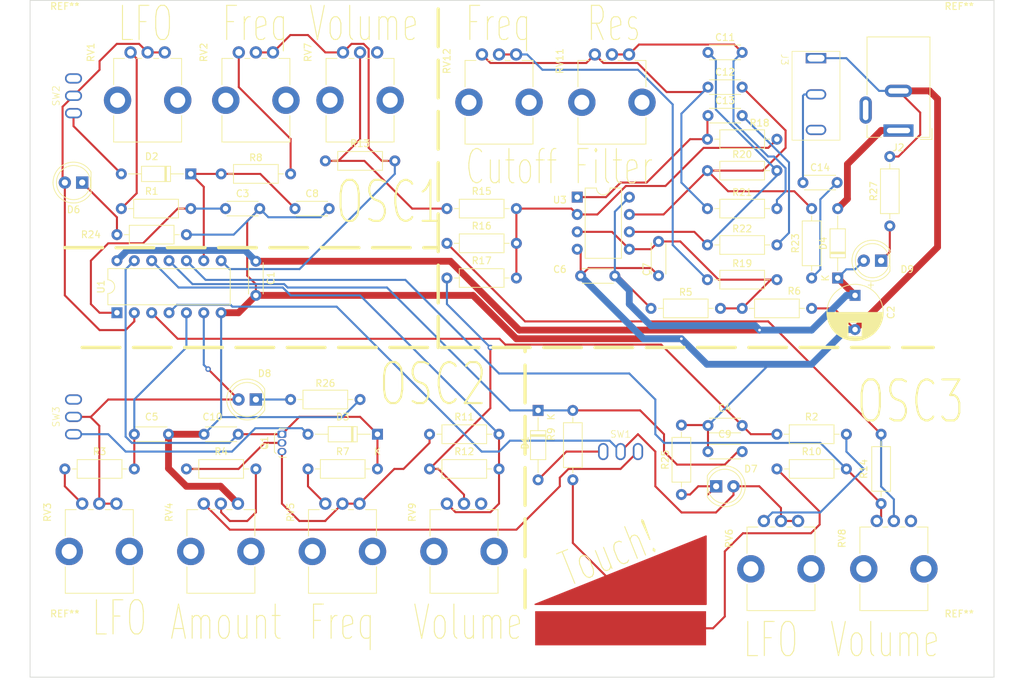
<source format=kicad_pcb>
(kicad_pcb (version 20221018) (generator pcbnew)
  (layers (0 "F.Cu" signal) (31 "B.Cu" signal) (36 "B.SilkS" user "B.Silkscreen") (37 "F.SilkS" user "F.Silkscreen") (38 "B.Mask" user) (39 "F.Mask" user) (44 "Edge.Cuts" user))
  (net 0 "")
  (net 1 "+12V")
  (net 2 "GND")
  (net 3 "Net-(C3-Pad1)")
  (net 4 "Net-(C4-Pad1)")
  (net 5 "Net-(C5-Pad1)")
  (net 6 "Vref")
  (net 7 "Net-(D2-K)")
  (net 8 "Net-(D1-K)")
  (net 9 "Net-(D3-K)")
  (net 10 "Net-(U3B--)")
  (net 11 "Net-(C11-Pad2)")
  (net 12 "Net-(C12-Pad1)")
  (net 13 "Net-(C12-Pad2)")
  (net 14 "Net-(C13-Pad1)")
  (net 15 "Net-(C13-Pad2)")
  (net 16 "Net-(C14-Pad1)")
  (net 17 "Net-(C14-Pad2)")
  (net 18 "Net-(D1-A)")
  (net 19 "Net-(D2-A)")
  (net 20 "Net-(D3-A)")
  (net 21 "Net-(D4-A)")
  (net 23 "Net-(Q1-B)")
  (net 24 "Net-(Q1-C)")
  (net 25 "Net-(R1-Pad2)")
  (net 26 "Net-(R2-Pad2)")
  (net 27 "Net-(R3-Pad2)")
  (net 28 "Net-(R4-Pad1)")
  (net 29 "Net-(R7-Pad2)")
  (net 30 "Net-(R8-Pad2)")
  (net 31 "Net-(D5-Pad1)")
  (net 32 "Net-(R10-Pad1)")
  (net 33 "Net-(D5-Pad2)")
  (net 34 "Net-(R11-Pad1)")
  (net 35 "Net-(R12-Pad1)")
  (net 36 "Net-(R13-Pad1)")
  (net 37 "Net-(R13-Pad2)")
  (net 38 "Net-(R14-Pad1)")
  (net 39 "Net-(U3A--)")
  (net 40 "Net-(R19-Pad1)")
  (net 41 "Net-(D6-K)")
  (net 42 "Net-(D6-A)")
  (net 43 "Net-(D7-K)")
  (net 44 "Net-(SW1-C)")
  (net 50 "Net-(D7-A)")
  (net 51 "Net-(D8-K)")
  (net 52 "Net-(D8-A)")
  (net 53 "Net-(D9-K)")
  (footprint "Resistor_THT:R_Axial_DIN0207_L6.3mm_D2.5mm_P10.16mm_Horizontal" (layer "F.Cu") (at 45.72 69.85)
    (fp_text reference "R24")
    (fp_text value "10k")
  )
  (footprint "Import:SMTS-102" (layer "F.Cu") (at 39.37 96.52 90)
    (fp_text reference "SW3")
    (fp_text value "SMTS-102")
  )
  (footprint "MountingHole:MountingHole_3.2mm_M3" (layer "F.Cu") (at 38.1 40.64)
    (fp_text reference "REF**")
    (fp_text value "MountingHole_3.2mm_M3")
  )
  (footprint "Capacitor_THT:C_Disc_D4.3mm_W1.9mm_P5.00mm" (layer "F.Cu") (at 137.16 101.6 180)
    (fp_text reference "C9")
    (fp_text value "22n")
  )
  (footprint "Capacitor_THT:C_Disc_D4.3mm_W1.9mm_P5.00mm" (layer "F.Cu") (at 48.26 99.06)
    (fp_text reference "C5")
    (fp_text value "1u")
  )
  (footprint "Resistor_THT:R_Axial_DIN0207_L6.3mm_D2.5mm_P10.16mm_Horizontal" (layer "F.Cu") (at 66.04 104.14 180)
    (fp_text reference "R4")
    (fp_text value "4k7")
  )
  (footprint "Resistor_THT:R_Axial_DIN0207_L6.3mm_D2.5mm_P10.16mm_Horizontal" (layer "F.Cu") (at 104.14 71.12 180)
    (fp_text reference "R16")
    (fp_text value "4k7")
  )
  (footprint "Diode_THT:D_DO-35_SOD27_P10.16mm_Horizontal" (layer "F.Cu") (at 151.13 76.2 90)
    (fp_text reference "D4")
    (fp_text value "1N4148")
  )
  (footprint "Resistor_THT:R_Axial_DIN0207_L6.3mm_D2.5mm_P10.16mm_Horizontal" (layer "F.Cu") (at 104.14 66.04 180)
    (fp_text reference "R15")
    (fp_text value "4k7")
  )
  (footprint "Potentiometer_THT:Potentiometer_Bourns_PTV09A-1_Single_Vertical" (layer "F.Cu") (at 58.42 109.22 -90)
    (fp_text reference "RV4")
    (fp_text value "100k")
  )
  (footprint "Package_DIP:DIP-8_W7.62mm" (layer "F.Cu") (at 113.04 64.36)
    (fp_text reference "U3")
    (fp_text value "LM358")
  )
  (footprint "Resistor_THT:R_Axial_DIN0207_L6.3mm_D2.5mm_P10.16mm_Horizontal" (layer "F.Cu") (at 137.16 80.645)
    (fp_text reference "R6")
    (fp_text value "10k")
  )
  (footprint "Capacitor_THT:C_Disc_D4.3mm_W1.9mm_P5.00mm" (layer "F.Cu") (at 66.04 73.74 -90)
    (fp_text reference "C1")
    (fp_text value ".1u Y5V")
  )
  (footprint "Resistor_THT:R_Axial_DIN0207_L6.3mm_D2.5mm_P10.16mm_Horizontal" (layer "F.Cu") (at 104.14 76.2 180)
    (fp_text reference "R17")
    (fp_text value "4k7")
  )
  (footprint "Potentiometer_THT:Potentiometer_Bourns_PTV09A-1_Single_Vertical" (layer "F.Cu") (at 99.1 43.48 -90)
    (fp_text reference "RV12")
    (fp_text value "1M")
  )
  (footprint "MountingHole:MountingHole_3.2mm_M3" (layer "F.Cu") (at 38.1 129.54)
    (fp_text reference "REF**")
    (fp_text value "MountingHole_3.2mm_M3")
  )
  (footprint "Potentiometer_THT:Potentiometer_Bourns_PTV09A-1_Single_Vertical" (layer "F.Cu") (at 78.78 43.18 -90)
    (fp_text reference "RV7")
    (fp_text value "1M")
  )
  (footprint "Resistor_THT:R_Axial_DIN0207_L6.3mm_D2.5mm_P10.16mm_Horizontal" (layer "F.Cu") (at 56.52 66.04 180)
    (fp_text reference "R1")
    (fp_text value "4k7")
  )
  (footprint "Import:tactile pad triangle" (layer "F.Cu") (at 119.38 124.46)
    (fp_text reference "D5" hide)
    (fp_text value "~")
  )
  (footprint "Diode_THT:D_DO-35_SOD27_P10.16mm_Horizontal" (layer "F.Cu") (at 107.315 95.575 -90)
    (fp_text reference "D1")
    (fp_text value "1N4148")
  )
  (footprint "Capacitor_THT:C_Disc_D4.3mm_W1.9mm_P5.00mm" (layer "F.Cu") (at 118.54 75.89 180)
    (fp_text reference "C6")
    (fp_text value ".1u Y5V")
  )
  (footprint "Diode_THT:D_DO-35_SOD27_P10.16mm_Horizontal" (layer "F.Cu") (at 83.82 99.06 180)
    (fp_text reference "D3")
    (fp_text value "1N4148")
  )
  (footprint "LED_THT:LED_D5.0mm" (layer "F.Cu") (at 157.48 73.66 180)
    (fp_text reference "D9")
    (fp_text value "LED red")
  )
  (footprint "Capacitor_THT:C_Disc_D4.3mm_W1.9mm_P5.00mm" (layer "F.Cu") (at 61.6 66.04)
    (fp_text reference "C3")
    (fp_text value "1u")
  )
  (footprint "MountingHole:MountingHole_3.2mm_M3" (layer "F.Cu") (at 168.91 129.54)
    (fp_text reference "REF**")
    (fp_text value "MountingHole_3.2mm_M3")
  )
  (footprint "LED_THT:LED_D5.0mm" (layer "F.Cu") (at 66.04 93.98 180)
    (fp_text reference "D8")
    (fp_text value "LED green")
  )
  (footprint "LED_THT:LED_D5.0mm" (layer "F.Cu") (at 40.64 62.23 180)
    (fp_text reference "D6")
    (fp_text value "LED green")
  )
  (footprint "Potentiometer_THT:Potentiometer_Bourns_PTV09A-1_Single_Vertical" (layer "F.Cu") (at 140.335 111.76 -90)
    (fp_text reference "RV6")
    (fp_text value "1M")
  )
  (footprint "Potentiometer_THT:Potentiometer_Bourns_PTV09A-1_Single_Vertical" (layer "F.Cu") (at 76.2 109.22 -90)
    (fp_text reference "RV5")
    (fp_text value "1M")
  )
  (footprint "Capacitor_THT:C_Disc_D4.3mm_W1.9mm_P5.00mm" (layer "F.Cu") (at 124.93 70.85 -90)
    (fp_text reference "C7")
    (fp_text value "1u Y5V")
  )
  (footprint "Capacitor_THT:C_Disc_D4.3mm_W1.9mm_P5.00mm" (layer "F.Cu") (at 63.46 99.06 180)
    (fp_text reference "C10")
    (fp_text value "22n")
  )
  (footprint "Package_TO_SOT_THT:TO-92Flat" (layer "F.Cu") (at 69.85 99.06 -90)
    (fp_text reference "Q1")
    (fp_text value "2N3904")
  )
  (footprint "Resistor_THT:R_Axial_DIN0207_L6.3mm_D2.5mm_P10.16mm_Horizontal" (layer "F.Cu") (at 132.08 60.48)
    (fp_text reference "R20")
    (fp_text value "10M")
  )
  (footprint "Resistor_THT:R_Axial_DIN0207_L6.3mm_D2.5mm_P10.16mm_Horizontal" (layer "F.Cu") (at 123.825 80.645)
    (fp_text reference "R5")
    (fp_text value "10k")
  )
  (footprint "Connector_BarrelJack:BarrelJack_Wuerth_6941xx301002" (layer "F.Cu") (at 160.02 54.61 180)
    (fp_text reference "J2")
    (fp_text value "Barrel_Jack_Switch")
  )
  (footprint "Potentiometer_THT:Potentiometer_Bourns_PTV09A-1_Single_Vertical" (layer "F.Cu") (at 115.61 43.48 -90)
    (fp_text reference "RV11")
    (fp_text value "500k")
  )
  (footprint "Capacitor_THT:C_Disc_D4.3mm_W1.9mm_P5.00mm" (layer "F.Cu") (at 71.76 66.04)
    (fp_text reference "C8")
    (fp_text value "22n")
  )
  (footprint "Potentiometer_THT:Potentiometer_Bourns_PTV09A-1_Single_Vertical" (layer "F.Cu") (at 47.71 43.18 -90)
    (fp_text reference "RV1")
    (fp_text value "1M")
  )
  (footprint "Resistor_THT:R_Axial_DIN0207_L6.3mm_D2.5mm_P10.16mm_Horizontal" (layer "F.Cu") (at 86.36 59.055 180)
    (fp_text reference "R13")
    (fp_text value "100k")
  )
  (footprint "Capacitor_THT:C_Disc_D4.3mm_W1.9mm_P5.00mm" (layer "F.Cu") (at 132.16 52.43)
    (fp_text reference "C13")
    (fp_text value ".1u")
  )
  (footprint "Resistor_THT:R_Axial_DIN0207_L6.3mm_D2.5mm_P10.16mm_Horizontal" (layer "F.Cu") (at 60.96 60.96)
    (fp_text reference "R8")
    (fp_text value "4k7")
  )
  (footprint "Resistor_THT:R_Axial_DIN0207_L6.3mm_D2.5mm_P10.16mm_Horizontal" (layer "F.Cu") (at 132.08 55.88)
    (fp_text reference "R18")
    (fp_text value "1k")
  )
  (footprint "Package_DIP:DIP-14_W7.62mm" (layer "F.Cu") (at 45.72 81.28 90)
    (fp_text reference "U1")
    (fp_text value "40106")
  )
  (footprint "Resistor_THT:R_Axial_DIN0207_L6.3mm_D2.5mm_P10.16mm_Horizontal" (layer "F.Cu") (at 132.08 71.36)
    (fp_text reference "R22")
    (fp_text value "750k")
  )
  (footprint "Resistor_THT:R_Axial_DIN0207_L6.3mm_D2.5mm_P10.16mm_Horizontal" (layer "F.Cu") (at 147.32 76.2 90)
    (fp_text reference "R23")
    (fp_text value "1k")
  )
  (footprint "Resistor_THT:R_Axial_DIN0207_L6.3mm_D2.5mm_P10.16mm_Horizontal" (layer "F.Cu") (at 128.27 107.88 90)
    (fp_text reference "R25")
    (fp_text value "10k")
  )
  (footprint "Capacitor_THT:C_Disc_D4.3mm_W1.9mm_P5.00mm" (layer "F.Cu") (at 137.16 97.79 180)
    (fp_text reference "C4")
    (fp_text value "1u")
  )
  (footprint "Resistor_THT:R_Axial_DIN0207_L6.3mm_D2.5mm_P10.16mm_Horizontal" (layer "F.Cu") (at 158.75 68.58 90)
    (fp_text reference "R27")
    (fp_text value "10k")
  )
  (footprint "Resistor_THT:R_Axial_DIN0207_L6.3mm_D2.5mm_P10.16mm_Horizontal" (layer "F.Cu") (at 101.6 99.06 180)
    (fp_text reference "R11")
    (fp_text value "4k7")
  )
  (footprint "Resistor_THT:R_Axial_DIN0207_L6.3mm_D2.5mm_P10.16mm_Horizontal" (layer "F.Cu") (at 152.4 104.14 180)
    (fp_text reference "R10")
    (fp_text value "4k7")
  )
  (footprint "Resistor_THT:R_Axial_DIN0207_L6.3mm_D2.5mm_P10.16mm_Horizontal" (layer "F.Cu") (at 91.44 104.14)
    (fp_text reference "R12")
    (fp_text value "100k")
  )
  (footprint "Potentiometer_THT:Potentiometer_Bourns_PTV09A-1_Single_Vertical" (layer "F.Cu") (at 156.845 111.76 -90)
    (fp_text reference "RV8")
    (fp_text value "1M")
  )
  (footprint "Resistor_THT:R_Axial_DIN0207_L6.3mm_D2.5mm_P10.16mm_Horizontal" (layer "F.Cu") (at 83.82 104.14 180)
    (fp_text reference "R7")
    (fp_text value "4k7")
  )
  (footprint "Capacitor_THT:CP_Radial_D8.0mm_P5.00mm" (layer "F.Cu") (at 153.67 78.74 -90)
    (fp_text reference "C2")
    (fp_text value "10u")
  )
  (footprint "Resistor_THT:R_Axial_DIN0207_L6.3mm_D2.5mm_P10.16mm_Horizontal" (layer "F.Cu") (at 132.08 76.44)
    (fp_text reference "R19")
    (fp_text value "1k")
  )
  (footprint "Resistor_THT:R_Axial_DIN0207_L6.3mm_D2.5mm_P10.16mm_Horizontal" (layer "F.Cu") (at 112.395 95.575 -90)
    (fp_text reference "R9")
    (fp_text value "4k7")
  )
  (footprint "Resistor_THT:R_Axial_DIN0207_L6.3mm_D2.5mm_P10.16mm_Horizontal" (layer "F.Cu") (at 157.48 99.06 -90)
    (fp_text reference "R14")
    (fp_text value "100k")
  )
  (footprint "LED_THT:LED_D5.0mm" (layer "F.Cu") (at 133.35 106.68)
    (fp_text reference "D7")
    (fp_text value "LED green")
  )
  (footprint "Capacitor_THT:C_Disc_D4.3mm_W1.9mm_P5.00mm" (layer "F.Cu") (at 132.16 43.18)
    (fp_text reference "C11")
    (fp_text value "470p")
  )
  (footprint "Potentiometer_THT:Potentiometer_Bourns_PTV09A-1_Single_Vertical" (layer "F.Cu") (at 63.54 43.18 -90)
    (fp_text reference "RV2")
    (fp_text value "1M")
  )
  (footprint "Diode_THT:D_DO-35_SOD27_P10.16mm_Horizontal" (layer "F.Cu") (at 56.52 60.96 180)
    (fp_text reference "D2")
    (fp_text value "1N4148")
  )
  (footprint "Resistor_THT:R_Axial_DIN0207_L6.3mm_D2.5mm_P10.16mm_Horizontal" (layer "F.Cu") (at 48.26 104.14 180)
    (fp_text reference "R3")
    (fp_text value "4k7")
  )
  (footprint "Import:PJ-316" (layer "F.Cu") (at 147.955 44.025 -90)
    (fp_text reference "J3")
    (fp_text value "~")
  )
  (footprint "Resistor_THT:R_Axial_DIN0207_L6.3mm_D2.5mm_P10.16mm_Horizontal" (layer "F.Cu") (at 132.08 66.04)
    (fp_text reference "R21")
    (fp_text value "470k")
  )
  (footprint "Potentiometer_THT:Potentiometer_Bourns_PTV09A-1_Single_Vertical" (layer "F.Cu") (at 40.64 109.22 -90)
    (fp_text reference "RV3")
    (fp_text value "1M")
  )
  (footprint "Import:SMTS-102" (layer "F.Cu") (at 39.37 49.53 90)
    (fp_text reference "SW2")
    (fp_text value "SMTS-102")
  )
  (footprint "Resistor_THT:R_Axial_DIN0207_L6.3mm_D2.5mm_P10.16mm_Horizontal" (layer "F.Cu") (at 71.12 93.98)
    (fp_text reference "R26")
    (fp_text value "10k")
  )
  (footprint "MountingHole:MountingHole_3.2mm_M3" (layer "F.Cu") (at 168.91 40.64)
    (fp_text reference "REF**")
    (fp_text value "MountingHole_3.2mm_M3")
  )
  (footprint "Capacitor_THT:C_Disc_D4.3mm_W1.9mm_P5.00mm" (layer "F.Cu") (at 146.05 62.23)
    (fp_text reference "C14")
    (fp_text value "1u")
  )
  (footprint "Capacitor_THT:C_Disc_D4.3mm_W1.9mm_P5.00mm" (layer "F.Cu") (at 132.16 48.26)
    (fp_text reference "C12")
    (fp_text value "470p")
  )
  (footprint "Potentiometer_THT:Potentiometer_Bourns_PTV09A-1_Single_Vertical" (layer "F.Cu") (at 93.98 109.22 -90)
    (fp_text reference "RV9")
    (fp_text value "1M")
  )
  (footprint "Import:SMTS-102" (layer "F.Cu") (at 119.38 101.6)
    (fp_text reference "SW1")
    (fp_text value "SMTS-102")
  )
  (footprint "Resistor_THT:R_Axial_DIN0207_L6.3mm_D2.5mm_P10.16mm_Horizontal" (layer "F.Cu") (at 142.24 99.06)
    (fp_text reference "R2")
    (fp_text value "4k7")
  )
  (gr_line (start 105.41 124.46) (end 105.41 86.36) (stroke (width 0.5) (type dash)) (layer "F.SilkS"))
  (gr_line (start 40.64 86.36) (end 165.1 86.36) (stroke (width 0.5) (type dash)) (layer "F.SilkS"))
  (gr_line (start 92.71 36.83) (end 92.71 86.36) (stroke (width 0.5) (type dash)) (layer "F.SilkS"))
  (gr_line (start 38.1 71.755) (end 92.71 71.755) (stroke (width 0.5) (type dash)) (layer "F.SilkS"))
  (gr_line (start 33.02 35.56) (end 173.99 35.56) (stroke (width 0.1)) (layer "Edge.Cuts"))
  (gr_line (start 33.02 134.62) (end 33.02 35.56) (stroke (width 0.1)) (layer "Edge.Cuts"))
  (gr_line (start 173.99 35.56) (end 173.99 134.62) (stroke (width 0.1)) (layer "Edge.Cuts"))
  (gr_line (start 173.99 134.62) (end 33.02 134.62) (stroke (width 0.1)) (layer "Edge.Cuts"))
  (gr_text "LFO" (at 45.72 41.91) (layer "F.SilkS") (effects (font (size 5 3)) (justify left bottom)))
  (gr_text "Volume" (at 149.86 132.08) (layer "F.SilkS") (effects (font (size 5 3)) (justify left bottom)))
  (gr_text "LFO" (at 137.16 132.08) (layer "F.SilkS") (effects (font (size 5 3)) (justify left bottom)))
  (gr_text "OSC3" (at 153.67 97.79) (layer "F.SilkS") (effects (font (size 6 4) (thickness 0.3) bold) (justify left bottom)))
  (gr_text "Volume" (at 73.66 41.91) (layer "F.SilkS") (effects (font (size 5 3)) (justify left bottom)))
  (gr_text "Freq" (at 73.66 129.54) (layer "F.SilkS") (effects (font (size 5 3)) (justify left bottom)))
  (gr_text "Freq" (at 60.96 41.91) (layer "F.SilkS") (effects (font (size 5 3)) (justify left bottom)))
  (gr_text "Volume" (at 88.9 129.54) (layer "F.SilkS") (effects (font (size 5 3)) (justify left bottom)))
  (gr_text "Amount" (at 53.34 129.54) (layer "F.SilkS") (effects (font (size 5 3)) (justify left bottom)))
  (gr_text "Res" (at 114.3 41.91) (layer "F.SilkS") (effects (font (size 5 3)) (justify left bottom)))
  (gr_text "OSC1" (at 77.47 68.58) (layer "F.SilkS") (effects (font (size 6 4) (thickness 0.3) bold) (justify left bottom)))
  (gr_text "Touch!" (at 111.76 121.92 21.8) (layer "F.SilkS") (effects (font (size 5 3)) (justify left bottom)))
  (gr_text "LFO" (at 41.91 128.905) (layer "F.SilkS") (effects (font (size 5 3)) (justify left bottom)))
  (gr_text "Cutoff Filter" (at 96.52 62.865) (layer "F.SilkS") (effects (font (size 5 3)) (justify left bottom)))
  (gr_text "Freq" (at 96.52 41.91) (layer "F.SilkS") (effects (font (size 5 3)) (justify left bottom)))
  (gr_text "OSC2" (at 83.82 95.25) (layer "F.SilkS") (effects (font (size 6 4) (thickness 0.3) bold) (justify left bottom)))
  (segment (start 66.04 73.74) (end 94.48635 73.74) (width 1) (layer "F.Cu") (net 1))
  (segment (start 153.67 78.74) (end 151.13 76.2) (width 1) (layer "F.Cu") (net 1))
  (segment (start 119.07 75.89) (end 118.54 75.89) (width 0.3) (layer "F.Cu") (net 1))
  (segment (start 123.825 80.645) (end 119.07 75.89) (width 0.3) (layer "F.Cu") (net 1))
  (segment (start 104.56635 83.82) (end 139.7 83.82) (width 1) (layer "F.Cu") (net 1))
  (segment (start 94.48635 73.74) (end 104.56635 83.82) (width 1) (layer "F.Cu") (net 1))
  (via (at 139.7 83.82) (size 0.8) (drill 0.4) (layers "F.Cu" "B.Cu") (net 1))
  (segment (start 123.825 83.185) (end 120.65 80.01) (width 1) (layer "B.Cu") (net 1))
  (segment (start 118.54 66.48) (end 120.66 64.36) (width 0.3) (layer "B.Cu") (net 1))
  (segment (start 64.46 72.16) (end 47.22 72.16) (width 1) (layer "B.Cu") (net 1))
  (segment (start 118.54 75.89) (end 118.54 66.48) (width 0.3) (layer "B.Cu") (net 1))
  (segment (start 147.32 83.82) (end 139.7 83.82) (width 1) (layer "B.Cu") (net 1))
  (segment (start 152.4 78.74) (end 147.32 83.82) (width 1) (layer "B.Cu") (net 1))
  (segment (start 153.67 74.93) (end 154.94 73.66) (width 0.3) (layer "B.Cu") (net 1))
  (segment (start 152.4 74.93) (end 153.67 74.93) (width 0.3) (layer "B.Cu") (net 1))
  (segment (start 139.7 83.82) (end 139.065 83.185) (width 1) (layer "B.Cu") (net 1))
  (segment (start 66.04 73.74) (end 64.46 72.16) (width 1) (layer "B.Cu") (net 1))
  (segment (start 47.22 72.16) (end 45.72 73.66) (width 1) (layer "B.Cu") (net 1))
  (segment (start 152.4 74.93) (end 152.42 74.91) (width 0.3) (layer "B.Cu") (net 1))
  (segment (start 120.65 80.01) (end 120.65 78) (width 1) (layer "B.Cu") (net 1))
  (segment (start 153.67 78.74) (end 152.4 78.74) (width 1) (layer "B.Cu") (net 1))
  (segment (start 139.065 83.185) (end 123.825 83.185) (width 1) (layer "B.Cu") (net 1))
  (segment (start 120.65 78) (end 118.54 75.89) (width 1) (layer "B.Cu") (net 1))
  (segment (start 151.13 76.2) (end 152.4 74.93) (width 0.3) (layer "B.Cu") (net 1))
  (segment (start 147.32 80.645) (end 150.575 80.645) (width 0.3) (layer "F.Cu") (net 2))
  (segment (start 63.5 81.28) (end 66.04 78.74) (width 1) (layer "F.Cu") (net 2))
  (segment (start 60.88 106.68) (end 63.42 109.22) (width 1) (layer "F.Cu") (net 2))
  (segment (start 150.575 80.645) (end 153.67 83.74) (width 0.3) (layer "F.Cu") (net 2))
  (segment (start 160.01 58.42) (end 163.195 55.235) (width 0.3) (layer "F.Cu") (net 2))
  (segment (start 164.55 48.81) (end 160.02 48.81) (width 1) (layer "F.Cu") (net 2))
  (segment (start 163.195 51.985) (end 160.02 48.81) (width 0.3) (layer "F.Cu") (net 2))
  (segment (start 153.67 83.74) (end 165.735 71.675) (width 1) (layer "F.Cu") (net 2))
  (segment (start 132.09 97.72) (end 132.16 97.79) (width 0.3) (layer "F.Cu") (net 2))
  (segment (start 158.75 58.42) (end 160.01 58.42) (width 0.3) (layer "F.Cu") (net 2))
  (segment (start 53.26 99.06) (end 53.26 104.06) (width 1) (layer "F.Cu") (net 2))
  (segment (start 66.04 77.113654) (end 64.77 75.843654) (width 0.3) (layer "F.Cu") (net 2))
  (segment (start 128.27 97.72) (end 132.09 97.72) (width 0.3) (layer "F.Cu") (net 2))
  (segment (start 165.735 71.675) (end 165.735 49.995) (width 1) (layer "F.Cu") (net 2))
  (segment (start 55.88 106.68) (end 60.88 106.68) (width 1) (layer "F.Cu") (net 2))
  (segment (start 123.82 74.74) (end 114.69 74.74) (width 0.3) (layer "F.Cu") (net 2))
  (segment (start 53.26 104.06) (end 55.88 106.68) (width 1) (layer "F.Cu") (net 2))
  (segment (start 64.77 67.87) (end 66.6 66.04) (width 0.3) (layer "F.Cu") (net 2))
  (segment (start 113.54 72.48) (end 113.04 71.98) (width 0.3) (layer "F.Cu") (net 2))
  (segment (start 165.735 49.995) (end 164.55 48.81) (width 1) (layer "F.Cu") (net 2))
  (segment (start 104.14 85.09) (end 128.27 85.09) (width 1) (layer "F.Cu") (net 2))
  (segment (start 114.69 74.74) (end 113.54 75.89) (width 0.3) (layer "F.Cu") (net 2))
  (segment (start 53.26 99.06) (end 58.46 99.06) (width 1) (layer "F.Cu") (net 2))
  (segment (start 64.77 75.843654) (end 64.77 67.87) (width 0.3) (layer "F.Cu") (net 2))
  (segment (start 124.93 75.85) (end 123.82 74.74) (width 0.3) (layer "F.Cu") (net 2))
  (segment (start 66.04 78.74) (end 66.04 77.113654) (width 0.3) (layer "F.Cu") (net 2))
  (segment (start 60.96 81.28) (end 63.5 81.28) (width 1) (layer "F.Cu") (net 2))
  (segment (start 163.195 55.235) (end 163.195 51.985) (width 0.3) (layer "F.Cu") (net 2))
  (segment (start 97.79 78.74) (end 104.14 85.09) (width 1) (layer "F.Cu") (net 2))
  (segment (start 113.54 75.89) (end 113.54 72.48) (width 0.3) (layer "F.Cu") (net 2))
  (segment (start 66.04 78.74) (end 97.79 78.74) (width 1) (layer "F.Cu") (net 2))
  (segment (start 132.16 101.6) (end 132.16 97.79) (width 0.3) (layer "F.Cu") (net 2))
  (via (at 128.27 85.09) (size 0.8) (drill 0.4) (layers "F.Cu" "B.Cu") (net 2))
  (segment (start 152.4 83.74) (end 147.32 88.82) (width 1) (layer "B.Cu") (net 2))
  (segment (start 75.49 67.31) (end 76.76 66.04) (width 0.3) (layer "B.Cu") (net 2))
  (segment (start 78.7 96.56) (end 60.96 96.56) (width 0.3) (layer "B.Cu") (net 2))
  (segment (start 113.54 75.89) (end 122.74 85.09) (width 1) (layer "B.Cu") (net 2))
  (segment (start 141.13 88.82) (end 147.32 88.82) (width 0.3) (layer "B.Cu") (net 2))
  (segment (start 55.88 69.85) (end 62.79 69.85) (width 0.3) (layer "B.Cu") (net 2))
  (segment (start 132.16 97.79) (end 141.13 88.82) (width 0.3) (layer "B.Cu") (net 2))
  (segment (start 66.6 66.04) (end 67.87 67.31) (width 0.3) (layer "B.Cu") (net 2))
  (segment (start 128.27 85.09) (end 132 88.82) (width 1) (layer "B.Cu") (net 2))
  (segment (start 153.67 83.74) (end 152.4 83.74) (width 1) (layer "B.Cu") (net 2))
  (segment (start 122.74 85.09) (end 128.27 85.09) (width 1) (layer "B.Cu") (net 2))
  (segment (start 62.79 69.85) (end 66.6 66.04) (width 0.3) (layer "B.Cu") (net 2))
  (segment (start 157.185 48.81) (end 152.4 44.025) (width 0.3) (layer "B.Cu") (net 2))
  (segment (start 81.28 93.98) (end 78.7 96.56) (width 0.3) (layer "B.Cu") (net 2))
  (segment (start 132 88.82) (end 147.32 88.82) (width 1) (layer "B.Cu") (net 2))
  (segment (start 152.4 44.025) (end 147.955 44.025) (width 0.3) (layer "B.Cu") (net 2))
  (segment (start 160.02 48.81) (end 157.185 48.81) (width 0.3) (layer "B.Cu") (net 2))
  (segment (start 60.96 96.56) (end 58.46 99.06) (width 0.3) (layer "B.Cu") (net 2))
  (segment (start 67.87 67.31) (end 75.49 67.31) (width 0.3) (layer "B.Cu") (net 2))
  (segment (start 60.96 81.28) (end 60.96 96.56) (width 0.3) (layer "B.Cu") (net 2))
  (segment (start 43.18 81.28) (end 41.91 80.01) (width 0.3) (layer "F.Cu") (net 3))
  (segment (start 56.52 66.04) (end 54.61 66.04) (width 0.3) (layer "F.Cu") (net 3))
  (segment (start 54.61 66.04) (end 49.53 71.12) (width 0.3) (layer "F.Cu") (net 3))
  (segment (start 41.91 73.66) (end 44.45 71.12) (width 0.3) (layer "F.Cu") (net 3))
  (segment (start 45.72 81.28) (end 43.18 81.28) (width 0.3) (layer "F.Cu") (net 3))
  (segment (start 44.45 71.12) (end 49.53 71.12) (width 0.3) (layer "F.Cu") (net 3))
  (segment (start 41.91 80.01) (end 41.91 73.66) (width 0.3) (layer "F.Cu") (net 3))
  (segment (start 56.52 66.04) (end 61.6 66.04) (width 0.3) (layer "B.Cu") (net 3))
  (segment (start 125.309501 85.939501) (end 137.16 97.79) (width 0.3) (layer "F.Cu") (net 4))
  (segment (start 54.61 85.09) (end 101.668624 85.09) (width 0.3) (layer "F.Cu") (net 4))
  (segment (start 102.518125 85.939501) (end 125.309501 85.939501) (width 0.3) (layer "F.Cu") (net 4))
  (segment (start 142.24 99.06) (end 138.43 99.06) (width 0.3) (layer "F.Cu") (net 4))
  (segment (start 50.8 81.28) (end 54.61 85.09) (width 0.3) (layer "F.Cu") (net 4))
  (segment (start 101.668624 85.09) (end 102.518125 85.939501) (width 0.3) (layer "F.Cu") (net 4))
  (segment (start 138.43 99.06) (end 137.16 97.79) (width 0.3) (layer "F.Cu") (net 4))
  (segment (start 48.26 104.14) (end 48.26 99.06) (width 0.3) (layer "F.Cu") (net 5))
  (segment (start 48.26 99.06) (end 48.26 93.98) (width 0.3) (layer "B.Cu") (net 5))
  (segment (start 48.26 93.98) (end 55.88 86.36) (width 0.3) (layer "B.Cu") (net 5))
  (segment (start 55.88 86.36) (end 55.88 81.28) (width 0.3) (layer "B.Cu") (net 5))
  (segment (start 123.8 71.98) (end 124.93 70.85) (width 0.3) (layer "F.Cu") (net 6))
  (segment (start 128.116346 70.85) (end 133.706346 76.44) (width 0.3) (layer "F.Cu") (net 6))
  (segment (start 137.16 80.645) (end 141.365 76.44) (width 0.3) (layer "F.Cu") (net 6))
  (segment (start 133.706346 76.44) (end 142.24 76.44) (width 0.3) (layer "F.Cu") (net 6))
  (segment (start 120.66 71.98) (end 123.8 71.98) (width 0.3) (layer "F.Cu") (net 6))
  (segment (start 113.04 69.44) (end 118.12 69.44) (width 0.3) (layer "F.Cu") (net 6))
  (segment (start 124.93 70.85) (end 128.116346 70.85) (width 0.3) (layer "F.Cu") (net 6))
  (segment (start 137.16 80.645) (end 133.985 80.645) (width 0.3) (layer "F.Cu") (net 6))
  (segment (start 118.12 69.44) (end 120.66 71.98) (width 0.3) (layer "F.Cu") (net 6))
  (segment (start 141.365 76.44) (end 142.24 76.44) (width 0.3) (layer "F.Cu") (net 6))
  (segment (start 60.96 60.96) (end 66.68 60.96) (width 0.3) (layer "F.Cu") (net 7))
  (segment (start 66.68 60.96) (end 71.76 66.04) (width 0.3) (layer "F.Cu") (net 7))
  (segment (start 56.52 60.96) (end 60.96 60.96) (width 0.3) (layer "F.Cu") (net 7))
  (segment (start 58.42 62.86) (end 58.42 73.66) (width 0.3) (layer "F.Cu") (net 7))
  (segment (start 56.52 60.96) (end 58.42 62.86) (width 0.3) (layer "F.Cu") (net 7))
  (segment (start 127.635 103.505) (end 125.73 101.6) (width 0.3) (layer "F.Cu") (net 8))
  (segment (start 137.16 101.6) (end 136.525 101.6) (width 0.3) (layer "F.Cu") (net 8))
  (segment (start 125.73 99.06) (end 122.245 95.575) (width 0.3) (layer "F.Cu") (net 8))
  (segment (start 125.73 101.6) (end 125.73 99.06) (width 0.3) (layer "F.Cu") (net 8))
  (segment (start 136.525 101.6) (end 134.62 103.505) (width 0.3) (layer "F.Cu") (net 8))
  (segment (start 122.245 95.575) (end 112.395 95.575) (width 0.3) (layer "F.Cu") (net 8))
  (segment (start 134.62 103.505) (end 127.635 103.505) (width 0.3) (layer "F.Cu") (net 8))
  (segment (start 112.395 95.575) (end 107.315 95.575) (width 0.3) (layer "B.Cu") (net 8))
  (segment (start 70.676402 77.59) (end 85.21 77.59) (width 0.3) (layer "B.Cu") (net 8))
  (segment (start 70.176901 77.090499) (end 70.676402 77.59) (width 0.3) (layer "B.Cu") (net 8))
  (segment (start 53.34 73.66) (end 56.770499 77.090499) (width 0.3) (layer "B.Cu") (net 8))
  (segment (start 103.195 95.575) (end 107.315 95.575) (width 0.3) (layer "B.Cu") (net 8))
  (segment (start 85.21 77.59) (end 103.195 95.575) (width 0.3) (layer "B.Cu") (net 8))
  (segment (start 56.770499 77.090499) (end 70.176901 77.090499) (width 0.3) (layer "B.Cu") (net 8))
  (segment (start 72.39 96.52) (end 81.28 96.52) (width 0.3) (layer "F.Cu") (net 9))
  (segment (start 83.82 99.06) (end 83.82 104.14) (width 0.3) (layer "F.Cu") (net 9))
  (segment (start 69.85 99.06) (end 72.39 96.52) (width 0.3) (layer "F.Cu") (net 9))
  (segment (start 63.46 99.06) (end 69.85 99.06) (width 0.3) (layer "F.Cu") (net 9))
  (segment (start 81.28 96.52) (end 83.82 99.06) (width 0.3) (layer "F.Cu") (net 9))
  (segment (start 47.903654 100.33) (end 62.19 100.33) (width 0.3) (layer "B.Cu") (net 9))
  (segment (start 46.99 74.93) (end 46.99 99.416346) (width 0.3) (layer "B.Cu") (net 9))
  (segment (start 46.99 99.416346) (end 47.903654 100.33) (width 0.3) (layer "B.Cu") (net 9))
  (segment (start 48.26 73.66) (end 46.99 74.93) (width 0.3) (layer "B.Cu") (net 9))
  (segment (start 62.19 100.33) (end 63.46 99.06) (width 0.3) (layer "B.Cu") (net 9))
  (segment (start 132.08 71.36) (end 130.16 69.44) (width 0.3) (layer "F.Cu") (net 10))
  (segment (start 130.16 69.44) (end 120.66 69.44) (width 0.3) (layer "F.Cu") (net 10))
  (segment (start 142.24 61.2) (end 142.24 60.48) (width 0.3) (layer "B.Cu") (net 10))
  (segment (start 132.08 71.36) (end 142.24 61.2) (width 0.3) (layer "B.Cu") (net 10))
  (segment (start 133.31 51.55) (end 133.31 44.33) (width 0.3) (layer "B.Cu") (net 10))
  (segment (start 133.31 44.33) (end 132.16 43.18) (width 0.3) (layer "B.Cu") (net 10))
  (segment (start 142.24 60.48) (end 133.31 51.55) (width 0.3) (layer "B.Cu") (net 10))
  (segment (start 136.01 42.03) (end 137.16 43.18) (width 0.3) (layer "F.Cu") (net 11))
  (segment (start 120.61 43.48) (end 122.06 42.03) (width 0.3) (layer "F.Cu") (net 11))
  (segment (start 122.06 42.03) (end 136.01 42.03) (width 0.3) (layer "F.Cu") (net 11))
  (segment (start 120.61 43.48) (end 118.11 43.48) (width 0.3) (layer "F.Cu") (net 11))
  (segment (start 142.24 64.77) (end 143.51 63.5) (width 0.3) (layer "B.Cu") (net 11))
  (segment (start 142.24 66.04) (end 142.24 64.77) (width 0.3) (layer "B.Cu") (net 11))
  (segment (start 135.89 53.34) (end 135.89 44.45) (width 0.3) (layer "B.Cu") (net 11))
  (segment (start 143.51 63.5) (end 143.51 60.123654) (width 0.3) (layer "B.Cu") (net 11))
  (segment (start 141.806346 58.42) (end 140.97 58.42) (width 0.3) (layer "B.Cu") (net 11))
  (segment (start 135.89 44.45) (end 137.16 43.18) (width 0.3) (layer "B.Cu") (net 11))
  (segment (start 140.97 58.42) (end 135.89 53.34) (width 0.3) (layer "B.Cu") (net 11))
  (segment (start 143.51 60.123654) (end 141.806346 58.42) (width 0.3) (layer "B.Cu") (net 11))
  (segment (start 115.61 43.48) (end 114.36 44.73) (width 0.3) (layer "F.Cu") (net 12))
  (segment (start 131.44 48.98) (end 132.16 48.26) (width 0.3) (layer "F.Cu") (net 12))
  (segment (start 100.35 44.73) (end 99.1 43.48) (width 0.3) (layer "F.Cu") (net 12))
  (segment (start 121.86 44.73) (end 126.11 48.98) (width 0.3) (layer "F.Cu") (net 12))
  (segment (start 126.11 48.98) (end 131.44 48.98) (width 0.3) (layer "F.Cu") (net 12))
  (segment (start 115.61 43.48) (end 116.86 44.73) (width 0.3) (layer "F.Cu") (net 12))
  (segment (start 116.86 44.73) (end 121.86 44.73) (width 0.3) (layer "F.Cu") (net 12))
  (segment (start 114.36 44.73) (end 100.35 44.73) (width 0.3) (layer "F.Cu") (net 12))
  (segment (start 132.08 66.04) (end 128.27 62.23) (width 0.3) (layer "B.Cu") (net 12))
  (segment (start 128.27 52.15) (end 132.16 48.26) (width 0.3) (layer "B.Cu") (net 12))
  (segment (start 128.27 62.23) (end 128.27 52.15) (width 0.3) (layer "B.Cu") (net 12))
  (segment (start 140.18 60.48) (end 143.51 57.15) (width 0.3) (layer "F.Cu") (net 13))
  (segment (start 143.51 54.61) (end 137.16 48.26) (width 0.3) (layer "F.Cu") (net 13))
  (segment (start 120.66 66.9) (end 125.66 66.9) (width 0.3) (layer "F.Cu") (net 13))
  (segment (start 125.66 66.9) (end 132.08 60.48) (width 0.3) (layer "F.Cu") (net 13))
  (segment (start 143.51 57.15) (end 143.51 54.61) (width 0.3) (layer "F.Cu") (net 13))
  (segment (start 135.1 63.5) (end 144.78 63.5) (width 0.3) (layer "F.Cu") (net 13))
  (segment (start 144.78 63.5) (end 147.32 66.04) (width 0.3) (layer "F.Cu") (net 13))
  (segment (start 132.08 60.48) (end 135.1 63.5) (width 0.3) (layer "F.Cu") (net 13))
  (segment (start 132.08 60.48) (end 140.18 60.48) (width 0.3) (layer "F.Cu") (net 13))
  (segment (start 129.54 55.88) (end 132.08 55.88) (width 0.3) (layer "F.Cu") (net 14))
  (segment (start 123.19 62.23) (end 129.54 55.88) (width 0.3) (layer "F.Cu") (net 14))
  (segment (start 132.08 52.51) (end 132.16 52.43) (width 0.3) (layer "F.Cu") (net 14))
  (segment (start 117.25 64.36) (end 119.38 62.23) (width 0.3) (layer "F.Cu") (net 14))
  (segment (start 113.04 64.36) (end 117.25 64.36) (width 0.3) (layer "F.Cu") (net 14))
  (segment (start 119.38 62.23) (end 123.19 62.23) (width 0.3) (layer "F.Cu") (net 14))
  (segment (start 132.08 55.88) (end 132.08 52.51) (width 0.3) (layer "F.Cu") (net 14))
  (segment (start 144.009501 69.590499) (end 144.009501 59.279501) (width 0.3) (layer "B.Cu") (net 15))
  (segment (start 142.24 71.36) (end 144.009501 69.590499) (width 0.3) (layer "B.Cu") (net 15))
  (segment (start 144.009501 59.279501) (end 137.16 52.43) (width 0.3) (layer "B.Cu") (net 15))
  (segment (start 147.955 49.325) (end 146.255 49.325) (width 0.3) (layer "B.Cu") (net 16))
  (segment (start 146.255 49.325) (end 146.05 49.53) (width 0.3) (layer "B.Cu") (net 16))
  (segment (start 146.05 49.53) (end 146.05 62.23) (width 0.3) (layer "B.Cu") (net 16))
  (segment (start 148.59 74.93) (end 147.32 76.2) (width 0.3) (layer "B.Cu") (net 17))
  (segment (start 151.05 62.23) (end 148.59 64.69) (width 0.3) (layer "B.Cu") (net 17))
  (segment (start 148.59 64.69) (end 148.59 74.93) (width 0.3) (layer "B.Cu") (net 17))
  (segment (start 107.315 105.735) (end 111.45 101.6) (width 0.3) (layer "F.Cu") (net 18))
  (segment (start 111.45 101.6) (end 116.84 101.6) (width 0.3) (layer "F.Cu") (net 18))
  (segment (start 39.37 53.97) (end 46.36 60.96) (width 0.3) (layer "F.Cu") (net 19))
  (segment (start 39.37 53.97) (end 39.37 52.07) (width 0.3) (layer "F.Cu") (net 19))
  (segment (start 72.785 98.185) (end 65.961346 98.185) (width 0.3) (layer "B.Cu") (net 20))
  (segment (start 62.546346 101.6) (end 46.99 101.6) (width 0.3) (layer "B.Cu") (net 20))
  (segment (start 46.99 101.6) (end 44.45 99.06) (width 0.3) (layer "B.Cu") (net 20))
  (segment (start 44.45 99.06) (end 39.37 99.06) (width 0.3) (layer "B.Cu") (net 20))
  (segment (start 73.66 99.06) (end 72.785 98.185) (width 0.3) (layer "B.Cu") (net 20))
  (segment (start 65.961346 98.185) (end 62.546346 101.6) (width 0.3) (layer "B.Cu") (net 20))
  (segment (start 151.13 66.04) (end 152.55 64.62) (width 1) (layer "F.Cu") (net 21))
  (segment (start 152.55 59.54) (end 157.48 54.61) (width 1) (layer "F.Cu") (net 21))
  (segment (start 157.48 54.61) (end 160.02 54.61) (width 1) (layer "F.Cu") (net 21))
  (segment (start 152.55 64.62) (end 152.55 59.54) (width 1) (layer "F.Cu") (net 21))
  (segment (start 67.31 100.33) (end 69.85 100.33) (width 0.3) (layer "F.Cu") (net 23))
  (segment (start 55.88 104.14) (end 63.5 104.14) (width 0.3) (layer "F.Cu") (net 23))
  (segment (start 63.5 104.14) (end 67.31 100.33) (width 0.3) (layer "F.Cu") (net 23))
  (segment (start 91.44 99.06) (end 91.44 100.33) (width 0.3) (layer "F.Cu") (net 24))
  (segment (start 87.63 104.14) (end 86.28 104.14) (width 0.3) (layer "F.Cu") (net 24))
  (segment (start 76.2 111.76) (end 72.39 111.76) (width 0.3) (layer "F.Cu") (net 24))
  (segment (start 81.2 109.22) (end 78.7 109.22) (width 0.3) (layer "F.Cu") (net 24))
  (segment (start 86.28 104.14) (end 81.2 109.22) (width 0.3) (layer "F.Cu") (net 24))
  (segment (start 78.7 109.22) (end 76.2 111.72) (width 0.3) (layer "F.Cu") (net 24))
  (segment (start 72.39 111.76) (end 69.85 109.22) (width 0.3) (layer "F.Cu") (net 24))
  (segment (start 91.44 100.33) (end 87.63 104.14) (width 0.3) (layer "F.Cu") (net 24))
  (segment (start 69.85 109.22) (end 69.85 101.6) (width 0.3) (layer "F.Cu") (net 24))
  (segment (start 76.2 111.72) (end 76.2 111.76) (width 0.3) (layer "F.Cu") (net 24))
  (segment (start 48.61 63.79) (end 46.36 66.04) (width 0.3) (layer "F.Cu") (net 25))
  (segment (start 48.61 44.08) (end 48.61 63.79) (width 0.3) (layer "F.Cu") (net 25))
  (segment (start 47.71 43.18) (end 48.61 44.08) (width 0.3) (layer "F.Cu") (net 25))
  (segment (start 148.57 110.51) (end 154.94 104.14) (width 0.3) (layer "B.Cu") (net 26))
  (segment (start 154.94 104.14) (end 152.4 101.6) (width 0.3) (layer "B.Cu") (net 26))
  (segment (start 140.335 111.76) (end 141.585 110.51) (width 0.3) (layer "B.Cu") (net 26))
  (segment (start 141.585 110.51) (end 148.57 110.51) (width 0.3) (layer "B.Cu") (net 26))
  (segment (start 152.4 101.6) (end 152.4 99.06) (width 0.3) (layer "B.Cu") (net 26))
  (segment (start 38.1 104.14) (end 38.1 106.68) (width 0.3) (layer "F.Cu") (net 27))
  (segment (start 38.1 106.68) (end 40.64 109.22) (width 0.3) (layer "F.Cu") (net 27))
  (segment (start 60.96 110.49) (end 60.96 109.26) (width 0.3) (layer "F.Cu") (net 28))
  (segment (start 60.96 110.49) (end 62.23 111.76) (width 0.3) (layer "F.Cu") (net 28))
  (segment (start 66.04 110.49) (end 64.77 111.76) (width 0.3) (layer "F.Cu") (net 28))
  (segment (start 60.96 109.26) (end 60.92 109.22) (width 0.3) (layer "F.Cu") (net 28))
  (segment (start 64.77 111.76) (end 62.23 111.76) (width 0.3) (layer "F.Cu") (net 28))
  (segment (start 66.04 104.14) (end 66.04 110.49) (width 0.3) (layer "F.Cu") (net 28))
  (segment (start 73.66 106.68) (end 76.2 109.22) (width 0.3) (layer "F.Cu") (net 29))
  (segment (start 73.66 104.14) (end 73.66 106.68) (width 0.3) (layer "F.Cu") (net 29))
  (segment (start 63.54 48.26) (end 71.12 55.84) (width 0.3) (layer "F.Cu") (net 30))
  (segment (start 63.54 43.18) (end 63.54 48.26) (width 0.3) (layer "F.Cu") (net 30))
  (segment (start 71.12 55.84) (end 71.12 60.96) (width 0.3) (layer "F.Cu") (net 30))
  (segment (start 112.395 105.735) (end 112.395 114.975) (width 0.3) (layer "F.Cu") (net 31))
  (segment (start 112.395 114.975) (end 119.38 121.96) (width 0.3) (layer "F.Cu") (net 31))
  (segment (start 152.4 104.14) (end 157.48 109.22) (width 0.3) (layer "F.Cu") (net 32))
  (segment (start 156.845 111.76) (end 157.48 111.125) (width 0.3) (layer "F.Cu") (net 32))
  (segment (start 157.48 111.125) (end 157.48 109.22) (width 0.3) (layer "F.Cu") (net 32))
  (segment (start 87.900998 76.470998) (end 101.6 90.17) (width 0.3) (layer "B.Cu") (net 32))
  (segment (start 148.59 100.33) (end 152.4 104.14) (width 0.3) (layer "B.Cu") (net 32))
  (segment (start 124.46 99.06) (end 125.73 100.33) (width 0.3) (layer "B.Cu") (net 32))
  (segment (start 124.46 93.98) (end 124.46 99.06) (width 0.3) (layer "B.Cu") (net 32))
  (segment (start 120.65 90.17) (end 124.46 93.98) (width 0.3) (layer "B.Cu") (net 32))
  (segment (start 125.73 100.33) (end 148.59 100.33) (width 0.3) (layer "B.Cu") (net 32))
  (segment (start 55.88 73.66) (end 58.690998 76.470998) (width 0.3) (layer "B.Cu") (net 32))
  (segment (start 58.690998 76.470998) (end 87.900998 76.470998) (width 0.3) (layer "B.Cu") (net 32))
  (segment (start 101.6 90.17) (end 120.65 90.17) (width 0.3) (layer "B.Cu") (net 32))
  (segment (start 119.38 127.46) (end 132.89 127.46) (width 0.3) (layer "F.Cu") (net 33))
  (segment (start 137.268617 113.556383) (end 147.211383 113.556383) (width 0.3) (layer "F.Cu") (net 33))
  (segment (start 132.89 127.46) (end 134.62 125.73) (width 0.3) (layer "F.Cu") (net 33))
  (segment (start 147.211383 113.556383) (end 148.49 112.277767) (width 0.3) (layer "F.Cu") (net 33))
  (segment (start 148.49 110.39) (end 142.24 104.14) (width 0.3) (layer "F.Cu") (net 33))
  (segment (start 134.62 125.73) (end 134.62 116.205) (width 0.3) (layer "F.Cu") (net 33))
  (segment (start 148.49 112.277767) (end 148.49 110.39) (width 0.3) (layer "F.Cu") (net 33))
  (segment (start 134.62 116.205) (end 137.268617 113.556383) (width 0.3) (layer "F.Cu") (net 33))
  (segment (start 95.23 110.47) (end 100.35 110.47) (width 0.3) (layer "F.Cu") (net 34))
  (segment (start 101.6 104.14) (end 101.6 99.06) (width 0.3) (layer "F.Cu") (net 34))
  (segment (start 93.98 109.22) (end 95.23 110.47) (width 0.3) (layer "F.Cu") (net 34))
  (segment (start 101.6 109.22) (end 101.6 104.14) (width 0.3) (layer "F.Cu") (net 34))
  (segment (start 100.35 110.47) (end 101.6 109.22) (width 0.3) (layer "F.Cu") (net 34))
  (segment (start 69.97 77.59) (end 54.73 77.59) (width 0.3) (layer "B.Cu") (net 34))
  (segment (start 71.12 78.74) (end 69.97 77.59) (width 0.3) (layer "B.Cu") (net 34))
  (segment (start 81.28 78.74) (end 71.12 78.74) (width 0.3) (layer "B.Cu") (net 34))
  (segment (start 54.73 77.59) (end 50.8 73.66) (width 0.3) (layer "B.Cu") (net 34))
  (segment (start 101.6 99.06) (end 81.28 78.74) (width 0.3) (layer "B.Cu") (net 34))
  (segment (start 92.71 104.14) (end 91.44 104.14) (width 0.3) (layer "F.Cu") (net 35))
  (segment (start 96.48 109.22) (end 96.48 107.91) (width 0.3) (layer "F.Cu") (net 35))
  (segment (start 100.33 95.25) (end 100.33 86.36) (width 0.3) (layer "F.Cu") (net 35))
  (segment (start 91.44 104.14) (end 100.33 95.25) (width 0.3) (layer "F.Cu") (net 35))
  (segment (start 96.48 107.91) (end 92.71 104.14) (width 0.3) (layer "F.Cu") (net 35))
  (via (at 100.33 86.36) (size 0.8) (drill 0.4) (layers "F.Cu" "B.Cu") (net 35))
  (segment (start 93.98 80.01) (end 93.98 76.2) (width 0.3) (layer "B.Cu") (net 35))
  (segment (start 100.33 86.36) (end 93.98 80.01) (width 0.3) (layer "B.Cu") (net 35))
  (segment (start 80.03 41.93) (end 81.797767 41.93) (width 0.3) (layer "F.Cu") (net 36))
  (segment (start 68.54 43.18) (end 71.08 40.64) (width 0.3) (layer "F.Cu") (net 36))
  (segment (start 76.2 43.18) (end 78.78 43.18) (width 0.3) (layer "F.Cu") (net 36))
  (segment (start 73.66 40.64) (end 76.2 43.18) (width 0.3) (layer "F.Cu") (net 36))
  (segment (start 81.797767 41.93) (end 82.53 42.662233) (width 0.3) (layer "F.Cu") (net 36))
  (segment (start 82.53 57.13) (end 84.455 59.055) (width 0.3) (layer "F.Cu") (net 36))
  (segment (start 66.04 43.18) (end 68.54 43.18) (width 0.3) (layer "F.Cu") (net 36))
  (segment (start 78.78 43.18) (end 80.03 41.93) (width 0.3) (layer "F.Cu") (net 36))
  (segment (start 84.455 59.055) (end 86.36 59.055) (width 0.3) (layer "F.Cu") (net 36))
  (segment (start 71.08 40.64) (end 73.66 40.64) (width 0.3) (layer "F.Cu") (net 36))
  (segment (start 82.53 42.662233) (end 82.53 57.13) (width 0.3) (layer "F.Cu") (net 36))
  (segment (start 86.36 60.96) (end 72.43 74.89) (width 0.3) (layer "B.Cu") (net 36))
  (segment (start 62.19 74.89) (end 60.96 73.66) (width 0.3) (layer "B.Cu") (net 36))
  (segment (start 72.43 74.89) (end 62.19 74.89) (width 0.3) (layer "B.Cu") (net 36))
  (segment (start 86.36 59.055) (end 86.36 60.96) (width 0.3) (layer "B.Cu") (net 36))
  (segment (start 81.28 43.18) (end 81.28 55.88) (width 0.3) (layer "F.Cu") (net 37))
  (segment (start 77.47 59.055) (end 76.2 59.055) (width 0.3) (layer "F.Cu") (net 37))
  (segment (start 88.9 66.04) (end 93.98 66.04) (width 0.3) (layer "F.Cu") (net 37))
  (segment (start 81.28 55.88) (end 78.105 59.055) (width 0.3) (layer "F.Cu") (net 37))
  (segment (start 78.105 59.055) (end 77.47 59.055) (width 0.3) (layer "F.Cu") (net 37))
  (segment (start 77.47 59.055) (end 81.915 59.055) (width 0.3) (layer "F.Cu") (net 37))
  (segment (start 81.915 59.055) (end 88.9 66.04) (width 0.3) (layer "F.Cu") (net 37))
  (segment (start 105.41 82.55) (end 93.98 71.12) (width 0.3) (layer "F.Cu") (net 38))
  (segment (start 157.48 99.06) (end 140.97 82.55) (width 0.3) (layer "F.Cu") (net 38))
  (segment (start 140.97 82.55) (end 105.41 82.55) (width 0.3) (layer "F.Cu") (net 38))
  (segment (start 159.345 111.76) (end 159.345 108.585) (width 0.3) (layer "B.Cu") (net 38))
  (segment (start 157.48 106.72) (end 157.48 99.06) (width 0.3) (layer "B.Cu") (net 38))
  (segment (start 159.345 108.585) (end 157.48 106.72) (width 0.3) (layer "B.Cu") (net 38))
  (segment (start 131.516402 57.15) (end 140.97 57.15) (width 0.3) (layer "F.Cu") (net 39))
  (segment (start 112.18 66.04) (end 113.04 66.9) (width 0.3) (layer "F.Cu") (net 39))
  (segment (start 115.98 66.9) (end 120.150499 62.729501) (width 0.3) (layer "F.Cu") (net 39))
  (segment (start 140.97 57.15) (end 142.24 55.88) (width 0.3) (layer "F.Cu") (net 39))
  (segment (start 104.14 71.12) (end 104.14 66.04) (width 0.3) (layer "F.Cu") (net 39))
  (segment (start 104.14 66.04) (end 112.18 66.04) (width 0.3) (layer "F.Cu") (net 39))
  (segment (start 125.936901 62.729501) (end 131.516402 57.15) (width 0.3) (layer "F.Cu") (net 39))
  (segment (start 104.14 76.2) (end 104.14 71.12) (width 0.3) (layer "F.Cu") (net 39))
  (segment (start 120.150499 62.729501) (end 125.936901 62.729501) (width 0.3) (layer "F.Cu") (net 39))
  (segment (start 113.04 66.9) (end 115.98 66.9) (width 0.3) (layer "F.Cu") (net 39))
  (segment (start 104.1 43.48) (end 101.6 43.48) (width 0.3) (layer "F.Cu") (net 40))
  (segment (start 105.71 43.48) (end 104.1 43.48) (width 0.3) (layer "B.Cu") (net 40))
  (segment (start 127 71.36) (end 127 50.8) (width 0.3) (layer "B.Cu") (net 40))
  (segment (start 107.95 45.72) (end 105.71 43.48) (width 0.3) (layer "B.Cu") (net 40))
  (segment (start 127 50.8) (end 121.92 45.72) (width 0.3) (layer "B.Cu") (net 40))
  (segment (start 121.92 45.72) (end 107.95 45.72) (width 0.3) (layer "B.Cu") (net 40))
  (segment (start 132.08 76.44) (end 127 71.36) (width 0.3) (layer "B.Cu") (net 40))
  (segment (start 45.72 69.85) (end 45.72 67.31) (width 0.3) (layer "F.Cu") (net 41))
  (segment (start 45.72 67.31) (end 40.64 62.23) (width 0.3) (layer "F.Cu") (net 41))
  (segment (start 50.21 43.18) (end 48.96 41.93) (width 0.3) (layer "F.Cu") (net 42))
  (segment (start 45.7 41.93) (end 43.18 44.45) (width 0.3) (layer "F.Cu") (net 42))
  (segment (start 43.18 45.72) (end 39.37 49.53) (width 0.3) (layer "F.Cu") (net 42))
  (segment (start 48.26 81.28) (end 48.26 82.55) (width 0.3) (layer "F.Cu") (net 42))
  (segment (start 38.1 78.74) (end 38.1 62.23) (width 0.3) (layer "F.Cu") (net 42))
  (segment (start 43.18 83.82) (end 38.1 78.74) (width 0.3) (layer "F.Cu") (net 42))
  (segment (start 37.77 51.13) (end 37.77 61.9) (width 0.3) (layer "F.Cu") (net 42))
  (segment (start 37.77 61.9) (end 38.1 62.23) (width 0.3) (layer "F.Cu") (net 42))
  (segment (start 39.37 49.53) (end 37.77 51.13) (width 0.3) (layer "F.Cu") (net 42))
  (segment (start 43.18 44.45) (end 43.18 45.72) (width 0.3) (layer "F.Cu") (net 42))
  (segment (start 46.99 83.82) (end 43.18 83.82) (width 0.3) (layer "F.Cu") (net 42))
  (segment (start 48.96 41.93) (end 45.7 41.93) (width 0.3) (layer "F.Cu") (net 42))
  (segment (start 52.71 43.18) (end 50.21 43.18) (width 0.3) (layer "F.Cu") (net 42))
  (segment (start 48.26 82.55) (end 46.99 83.82) (width 0.3) (layer "F.Cu") (net 42))
  (segment (start 128.27 107.88) (end 129.54 107.88) (width 0.3) (layer "F.Cu") (net 43))
  (segment (start 132.15 107.88) (end 133.35 106.68) (width 0.3) (layer "F.Cu") (net 43))
  (segment (start 130.74 106.68) (end 133.35 106.68) (width 0.3) (layer "F.Cu") (net 43))
  (segment (start 129.54 107.88) (end 130.74 106.68) (width 0.3) (layer "F.Cu") (net 43))
  (segment (start 62.23 113.03) (end 104.14 113.03) (width 0.3) (layer "F.Cu") (net 44))
  (segment (start 110.49 105.41) (end 111.76 104.14) (width 0.3) (layer "F.Cu") (net 44))
  (segment (start 58.42 109.22) (end 62.23 113.03) (width 0.3) (layer "F.Cu") (net 44))
  (segment (start 110.49 106.68) (end 110.49 105.41) (width 0.3) (layer "F.Cu") (net 44))
  (segment (start 119.38 104.14) (end 121.92 101.6) (width 0.3) (layer "F.Cu") (net 44))
  (segment (start 111.76 104.14) (end 119.38 104.14) (width 0.3) (layer "F.Cu") (net 44))
  (segment (start 104.14 113.03) (end 110.49 106.68) (width 0.3) (layer "F.Cu") (net 44))
  (segment (start 119.38 101.6) (end 121.92 99.06) (width 0.3) (layer "F.Cu") (net 50))
  (segment (start 133.33 110.51) (end 135.89 107.95) (width 0.3) (layer "F.Cu") (net 50))
  (segment (start 142.835 109.855) (end 139.66 106.68) (width 0.3) (layer "F.Cu") (net 50))
  (segment (start 135.89 107.95) (end 135.89 106.68) (width 0.3) (layer "F.Cu") (net 50))
  (segment (start 139.66 106.68) (end 135.89 106.68) (width 0.3) (layer "F.Cu") (net 50))
  (segment (start 128.29 110.51) (end 133.33 110.51) (width 0.3) (layer "F.Cu") (net 50))
  (segment (start 124.46 101.6) (end 124.46 106.68) (width 0.3) (layer "F.Cu") (net 50))
  (segment (start 142.835 111.165) (end 142.835 111.76) (width 0.3) (layer "F.Cu") (net 50))
  (segment (start 145.335 111.76) (end 142.835 111.76) (width 0.3) (layer "F.Cu") (net 50))
  (segment (start 121.92 99.06) (end 124.46 101.6) (width 0.3) (layer "F.Cu") (net 50))
  (segment (start 124.46 106.68) (end 128.29 110.51) (width 0.3) (layer "F.Cu") (net 50))
  (segment (start 142.835 111.76) (end 142.835 109.855) (width 0.3) (layer "F.Cu") (net 50))
  (segment (start 62.609501 80.389501) (end 62.35 80.13) (width 0.3) (layer "B.Cu") (net 50))
  (segment (start 103.2 100) (end 101.6 101.6) (width 0.3) (layer "B.Cu") (net 50))
  (segment (start 101.6 101.6) (end 99.06 101.6) (width 0.3) (layer "B.Cu") (net 50))
  (segment (start 119.38 101.6) (end 117.78 100) (width 0.3) (layer "B.Cu") (net 50))
  (segment (start 77.849501 80.389501) (end 62.609501 80.389501) (width 0.3) (layer "B.Cu") (net 50))
  (segment (start 99.06 101.6) (end 77.849501 80.389501) (width 0.3) (layer "B.Cu") (net 50))
  (segment (start 54.49 80.13) (end 53.34 81.28) (width 0.3) (layer "B.Cu") (net 50))
  (segment (start 62.35 80.13) (end 54.49 80.13) (width 0.3) (layer "B.Cu") (net 50))
  (segment (start 117.78 100) (end 103.2 100) (width 0.3) (layer "B.Cu") (net 50))
  (segment (start 66.04 93.98) (end 71.12 93.98) (width 0.3) (layer "B.Cu") (net 51))
  (segment (start 43.14 109.22) (end 43.14 97.83) (width 0.3) (layer "F.Cu") (net 52))
  (segment (start 43.14 97.83) (end 41.87 96.56) (width 0.3) (layer "F.Cu") (net 52))
  (segment (start 45.64 109.22) (end 43.14 109.22) (width 0.3) (layer "F.Cu") (net 52))
  (segment (start 39.37 96.52) (end 41.83 96.52) (width 0.3) (layer "F.Cu") (net 52))
  (segment (start 41.87 96.56) (end 44.45 93.98) (width 0.3) (layer "F.Cu") (net 52))
  (segment (start 41.87 96.56) (end 41.83 96.52) (width 0.3) (layer "F.Cu") (net 52))
  (segment (start 63.5 93.98) (end 44.45 93.98) (width 0.3) (layer "F.Cu") (net 52))
  (segment (start 63.5 93.98) (end 59.055 89.535) (width 0.3) (layer "F.Cu") (net 52))
  (via (at 59.055 89.535) (size 0.8) (drill 0.4) (layers "F.Cu" "B.Cu") (net 52))
  (segment (start 58.42 88.9) (end 59.055 89.535) (width 0.3) (layer "B.Cu") (net 52))
  (segment (start 58.42 88.9) (end 58.42 81.28) (width 0.3) (layer "B.Cu") (net 52))
  (segment (start 158.75 72.39) (end 157.48 73.66) (width 0.3) (layer "F.Cu") (net 53))
  (segment (start 158.75 68.58) (end 158.75 72.39) (width 0.3) (layer "F.Cu") (net 53))
)
</source>
